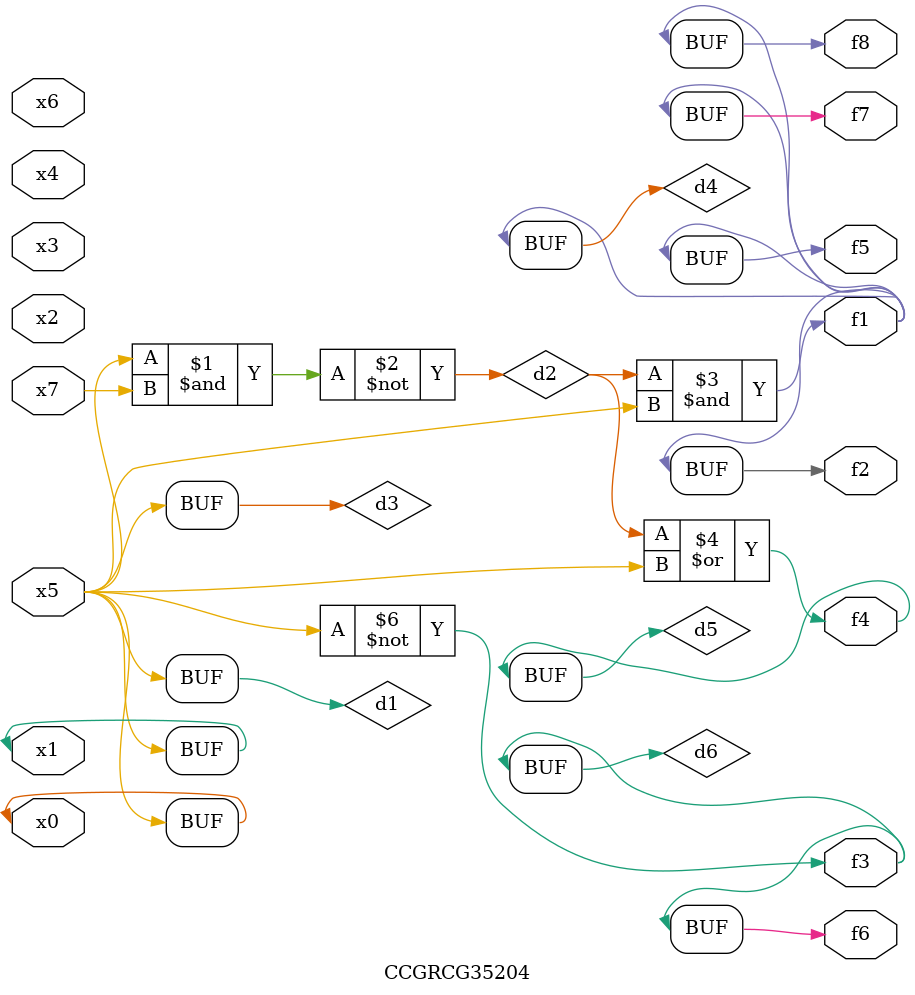
<source format=v>
module CCGRCG35204(
	input x0, x1, x2, x3, x4, x5, x6, x7,
	output f1, f2, f3, f4, f5, f6, f7, f8
);

	wire d1, d2, d3, d4, d5, d6;

	buf (d1, x0, x5);
	nand (d2, x5, x7);
	buf (d3, x0, x1);
	and (d4, d2, d3);
	or (d5, d2, d3);
	nor (d6, d1, d3);
	assign f1 = d4;
	assign f2 = d4;
	assign f3 = d6;
	assign f4 = d5;
	assign f5 = d4;
	assign f6 = d6;
	assign f7 = d4;
	assign f8 = d4;
endmodule

</source>
